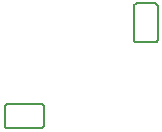
<source format=gbo>
G75*
G70*
%OFA0B0*%
%FSLAX24Y24*%
%IPPOS*%
%LPD*%
%AMOC8*
5,1,8,0,0,1.08239X$1,22.5*
%
%ADD10C,0.0060*%
D10*
X008738Y018900D02*
X009838Y018900D01*
X009855Y018902D01*
X009872Y018906D01*
X009888Y018913D01*
X009902Y018923D01*
X009915Y018936D01*
X009925Y018950D01*
X009932Y018966D01*
X009936Y018983D01*
X009938Y019000D01*
X009938Y019600D01*
X009936Y019617D01*
X009932Y019634D01*
X009925Y019650D01*
X009915Y019664D01*
X009902Y019677D01*
X009888Y019687D01*
X009872Y019694D01*
X009855Y019698D01*
X009838Y019700D01*
X008738Y019700D01*
X008721Y019698D01*
X008704Y019694D01*
X008688Y019687D01*
X008674Y019677D01*
X008661Y019664D01*
X008651Y019650D01*
X008644Y019634D01*
X008640Y019617D01*
X008638Y019600D01*
X008638Y019000D01*
X008640Y018983D01*
X008644Y018966D01*
X008651Y018950D01*
X008661Y018936D01*
X008674Y018923D01*
X008688Y018913D01*
X008704Y018906D01*
X008721Y018902D01*
X008738Y018900D01*
X012938Y021850D02*
X012938Y022950D01*
X012940Y022967D01*
X012944Y022984D01*
X012951Y023000D01*
X012961Y023014D01*
X012974Y023027D01*
X012988Y023037D01*
X013004Y023044D01*
X013021Y023048D01*
X013038Y023050D01*
X013638Y023050D01*
X013655Y023048D01*
X013672Y023044D01*
X013688Y023037D01*
X013702Y023027D01*
X013715Y023014D01*
X013725Y023000D01*
X013732Y022984D01*
X013736Y022967D01*
X013738Y022950D01*
X013738Y021850D01*
X013736Y021833D01*
X013732Y021816D01*
X013725Y021800D01*
X013715Y021786D01*
X013702Y021773D01*
X013688Y021763D01*
X013672Y021756D01*
X013655Y021752D01*
X013638Y021750D01*
X013038Y021750D01*
X013021Y021752D01*
X013004Y021756D01*
X012988Y021763D01*
X012974Y021773D01*
X012961Y021786D01*
X012951Y021800D01*
X012944Y021816D01*
X012940Y021833D01*
X012938Y021850D01*
M02*

</source>
